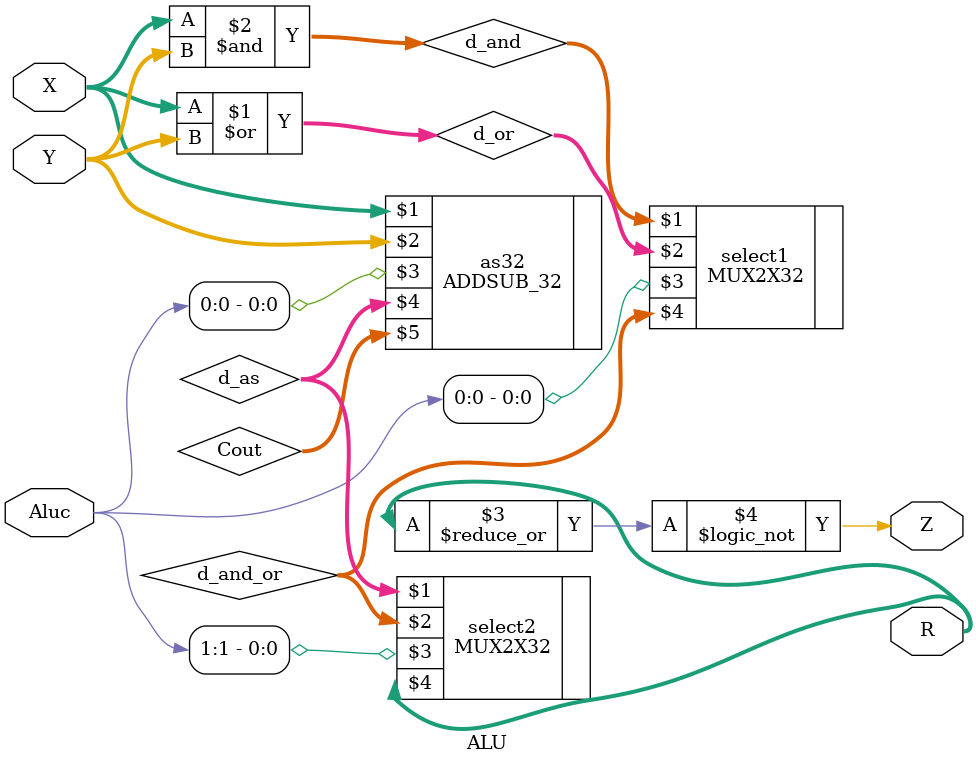
<source format=v>
`timescale 1ns / 1ps


module ALU(X,Y,Aluc,R,Z);
	input[31:0]X,Y;
	input[1:0]Aluc;
	output[31:0]R;
	output Z;
	wire[31:0]d_as,d_and,d_or,d_and_or,Cout;
	ADDSUB_32 as32(X,Y,Aluc[0],d_as,Cout);
	assign d_or=X|Y;
	assign d_and = X&Y;
	MUX2X32 select1(d_and,d_or,Aluc[0],d_and_or);
	MUX2X32 select2(d_as,d_and_or,Aluc[1],R);
	assign Z = ~|R;
 
endmodule
</source>
